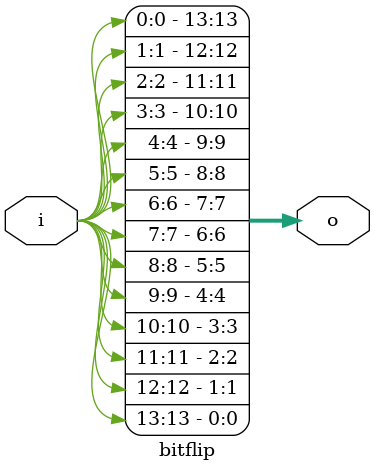
<source format=v>
module bitflip ( 	input  [13:0] i,
					output [13:0] o
				);
		
		assign o[0] = i[13];
		assign o[1] = i[12];
		assign o[2] = i[11];
		assign o[3] = i[10];
		assign o[4] = i[9];
		assign o[5] = i[8];
		assign o[6] = i[7];
		assign o[7] = i[6];
		assign o[8] = i[5];
		assign o[9] = i[4];
		assign o[10] = i[3];
		assign o[11] = i[2];
		assign o[12] = i[1];
		assign o[13] = i[0];
		
endmodule
		
</source>
